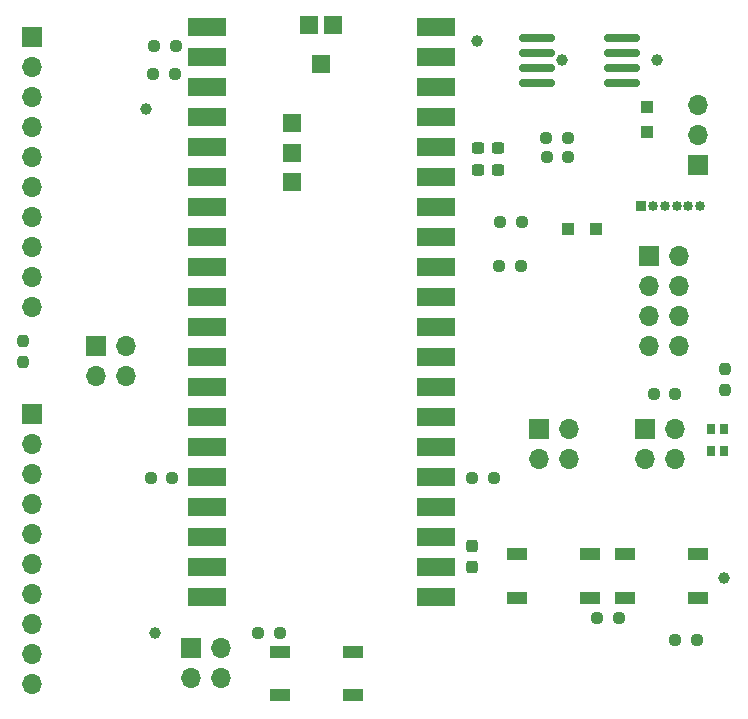
<source format=gbr>
%TF.GenerationSoftware,KiCad,Pcbnew,9.0.3*%
%TF.CreationDate,2025-08-19T17:20:28-04:00*%
%TF.ProjectId,PicoTag,5069636f-5461-4672-9e6b-696361645f70,rev?*%
%TF.SameCoordinates,Original*%
%TF.FileFunction,Soldermask,Top*%
%TF.FilePolarity,Negative*%
%FSLAX46Y46*%
G04 Gerber Fmt 4.6, Leading zero omitted, Abs format (unit mm)*
G04 Created by KiCad (PCBNEW 9.0.3) date 2025-08-19 17:20:28*
%MOMM*%
%LPD*%
G01*
G04 APERTURE LIST*
G04 Aperture macros list*
%AMRoundRect*
0 Rectangle with rounded corners*
0 $1 Rounding radius*
0 $2 $3 $4 $5 $6 $7 $8 $9 X,Y pos of 4 corners*
0 Add a 4 corners polygon primitive as box body*
4,1,4,$2,$3,$4,$5,$6,$7,$8,$9,$2,$3,0*
0 Add four circle primitives for the rounded corners*
1,1,$1+$1,$2,$3*
1,1,$1+$1,$4,$5*
1,1,$1+$1,$6,$7*
1,1,$1+$1,$8,$9*
0 Add four rect primitives between the rounded corners*
20,1,$1+$1,$2,$3,$4,$5,0*
20,1,$1+$1,$4,$5,$6,$7,0*
20,1,$1+$1,$6,$7,$8,$9,0*
20,1,$1+$1,$8,$9,$2,$3,0*%
G04 Aperture macros list end*
%ADD10C,1.000000*%
%ADD11R,1.700000X1.700000*%
%ADD12O,1.700000X1.700000*%
%ADD13R,0.850000X0.850000*%
%ADD14O,0.850000X0.850000*%
%ADD15R,1.000000X1.000000*%
%ADD16RoundRect,0.237500X0.250000X0.237500X-0.250000X0.237500X-0.250000X-0.237500X0.250000X-0.237500X0*%
%ADD17R,1.800000X1.100000*%
%ADD18RoundRect,0.237500X-0.250000X-0.237500X0.250000X-0.237500X0.250000X0.237500X-0.250000X0.237500X0*%
%ADD19RoundRect,0.237500X-0.237500X0.250000X-0.237500X-0.250000X0.237500X-0.250000X0.237500X0.250000X0*%
%ADD20R,0.700000X0.900000*%
%ADD21RoundRect,0.237500X0.300000X0.237500X-0.300000X0.237500X-0.300000X-0.237500X0.300000X-0.237500X0*%
%ADD22RoundRect,0.237500X0.237500X-0.250000X0.237500X0.250000X-0.237500X0.250000X-0.237500X-0.250000X0*%
%ADD23RoundRect,0.237500X-0.237500X0.300000X-0.237500X-0.300000X0.237500X-0.300000X0.237500X0.300000X0*%
%ADD24R,3.200000X1.600000*%
%ADD25R,1.500000X1.500000*%
%ADD26RoundRect,0.175000X-1.325000X-0.175000X1.325000X-0.175000X1.325000X0.175000X-1.325000X0.175000X0*%
G04 APERTURE END LIST*
D10*
%TO.C,Card1*%
X182400000Y-42760000D03*
X174400000Y-42750000D03*
%TD*%
D11*
%TO.C,J4*%
X185950000Y-51640000D03*
D12*
X185950000Y-49100000D03*
X185950000Y-46560000D03*
%TD*%
D13*
%TO.C,J11*%
X181100000Y-55100000D03*
D14*
X182100000Y-55100000D03*
X183100000Y-55100000D03*
X184100000Y-55100000D03*
X185100000Y-55100000D03*
X186100000Y-55100000D03*
%TD*%
D11*
%TO.C,J8*%
X134960000Y-66960000D03*
D12*
X137500000Y-66960000D03*
X134960000Y-69500000D03*
X137500000Y-69500000D03*
%TD*%
D15*
%TO.C,TP_FLASH_CS1*%
X174900000Y-57000000D03*
%TD*%
D11*
%TO.C,J7*%
X172460000Y-73960000D03*
D12*
X175000000Y-73960000D03*
X172460000Y-76500000D03*
X175000000Y-76500000D03*
%TD*%
D16*
%TO.C,R8*%
X141412500Y-78100000D03*
X139587500Y-78100000D03*
%TD*%
D17*
%TO.C,BTN1*%
X176784000Y-88282000D03*
X170584000Y-88282000D03*
X176784000Y-84582000D03*
X170584000Y-84582000D03*
%TD*%
D10*
%TO.C,FID1*%
X167200000Y-41100000D03*
%TD*%
D18*
%TO.C,R9*%
X139800000Y-43942000D03*
X141625000Y-43942000D03*
%TD*%
D11*
%TO.C,J2*%
X129500000Y-40760000D03*
D12*
X129500000Y-43300000D03*
X129500000Y-45840000D03*
X129500000Y-48380000D03*
X129500000Y-50920000D03*
X129500000Y-53460000D03*
X129500000Y-56000000D03*
X129500000Y-58540000D03*
X129500000Y-61080000D03*
X129500000Y-63620000D03*
%TD*%
D16*
%TO.C,R7*%
X170912500Y-60200000D03*
X169087500Y-60200000D03*
%TD*%
D19*
%TO.C,R2*%
X128800000Y-66487500D03*
X128800000Y-68312500D03*
%TD*%
D11*
%TO.C,J1*%
X129500000Y-72720000D03*
D12*
X129500000Y-75260000D03*
X129500000Y-77800000D03*
X129500000Y-80340000D03*
X129500000Y-82880000D03*
X129500000Y-85420000D03*
X129500000Y-87960000D03*
X129500000Y-90500000D03*
X129500000Y-93040000D03*
X129500000Y-95580000D03*
%TD*%
D18*
%TO.C,R1*%
X169175000Y-56400000D03*
X171000000Y-56400000D03*
%TD*%
D11*
%TO.C,J6*%
X181460000Y-73960000D03*
D12*
X184000000Y-73960000D03*
X181460000Y-76500000D03*
X184000000Y-76500000D03*
%TD*%
D18*
%TO.C,R13*%
X183975000Y-91800000D03*
X185800000Y-91800000D03*
%TD*%
D20*
%TO.C,LED1*%
X188100000Y-73960000D03*
X187000000Y-73960000D03*
X187000000Y-75800000D03*
X188100000Y-75800000D03*
%TD*%
D21*
%TO.C,C4*%
X169000000Y-52000000D03*
X167275000Y-52000000D03*
%TD*%
D16*
%TO.C,R3*%
X174912500Y-50900000D03*
X173087500Y-50900000D03*
%TD*%
D17*
%TO.C,BTN2*%
X185905000Y-88282000D03*
X179705000Y-88282000D03*
X185905000Y-84582000D03*
X179705000Y-84582000D03*
%TD*%
D15*
%TO.C,TP_CLK1*%
X177300000Y-57000000D03*
%TD*%
D11*
%TO.C,J3*%
X181760000Y-59320000D03*
D12*
X184300000Y-59320000D03*
X181760000Y-61860000D03*
X184300000Y-61860000D03*
X181760000Y-64400000D03*
X184300000Y-64400000D03*
X181760000Y-66940000D03*
X184300000Y-66940000D03*
%TD*%
D18*
%TO.C,R11*%
X148687500Y-91200000D03*
X150512500Y-91200000D03*
%TD*%
D21*
%TO.C,C2*%
X169000000Y-50200000D03*
X167275000Y-50200000D03*
%TD*%
D15*
%TO.C,TP_MISO1*%
X181600000Y-48800000D03*
%TD*%
D22*
%TO.C,R4*%
X188200000Y-70700000D03*
X188200000Y-68875000D03*
%TD*%
D11*
%TO.C,J9*%
X142960000Y-92500000D03*
D12*
X145500000Y-92500000D03*
X142960000Y-95040000D03*
X145500000Y-95040000D03*
%TD*%
D16*
%TO.C,R12*%
X179212500Y-90000000D03*
X177387500Y-90000000D03*
%TD*%
%TO.C,R12*%
X184000000Y-71000000D03*
X182175000Y-71000000D03*
%TD*%
D15*
%TO.C,TP_MOSI1*%
X181600000Y-46700000D03*
%TD*%
D18*
%TO.C,R5*%
X166775000Y-78100000D03*
X168600000Y-78100000D03*
%TD*%
%TO.C,R10*%
X139875000Y-41500000D03*
X141700000Y-41500000D03*
%TD*%
%TO.C,R6*%
X173077500Y-49300000D03*
X174902500Y-49300000D03*
%TD*%
D17*
%TO.C,RESET1*%
X150518000Y-92820000D03*
X156718000Y-92820000D03*
X150518000Y-96520000D03*
X156718000Y-96520000D03*
%TD*%
D23*
%TO.C,C3*%
X166750000Y-83887500D03*
X166750000Y-85612500D03*
%TD*%
D10*
%TO.C,FID4*%
X139900000Y-91200000D03*
%TD*%
%TO.C,FID3*%
X188100000Y-86600000D03*
%TD*%
%TO.C,FID2*%
X139200000Y-46900000D03*
%TD*%
D24*
%TO.C,U1*%
X144310000Y-39950000D03*
X144310000Y-42490000D03*
X144310000Y-45030000D03*
X144310000Y-47570000D03*
X144310000Y-50110000D03*
X144310000Y-52650000D03*
X144310000Y-55190000D03*
X144310000Y-57730000D03*
X144310000Y-60270000D03*
X144310000Y-62810000D03*
X144310000Y-65350000D03*
X144310000Y-67890000D03*
X144310000Y-70430000D03*
X144310000Y-72970000D03*
X144310000Y-75510000D03*
X144310000Y-78050000D03*
X144310000Y-80590000D03*
X144310000Y-83130000D03*
X144310000Y-85670000D03*
X144310000Y-88210000D03*
X163690000Y-88210000D03*
X163690000Y-85670000D03*
X163690000Y-83130000D03*
X163690000Y-80590000D03*
X163690000Y-78050000D03*
X163690000Y-75510000D03*
X163690000Y-72970000D03*
X163690000Y-70430000D03*
X163690000Y-67890000D03*
X163690000Y-65350000D03*
X163690000Y-62810000D03*
X163690000Y-60270000D03*
X163690000Y-57730000D03*
X163690000Y-55190000D03*
X163690000Y-52650000D03*
X163690000Y-50110000D03*
X163690000Y-47570000D03*
X163690000Y-45030000D03*
X163690000Y-42490000D03*
X163690000Y-39950000D03*
D25*
X154000000Y-43090000D03*
X155000000Y-39790000D03*
X153000000Y-39790000D03*
X151500000Y-48080000D03*
X151500000Y-50580000D03*
X151500000Y-53080000D03*
%TD*%
D26*
%TO.C,C1*%
X172312500Y-40845000D03*
X172312500Y-42115000D03*
X172312500Y-43385000D03*
X172312500Y-44655000D03*
X179487500Y-44655000D03*
X179487500Y-43385000D03*
X179487500Y-42115000D03*
X179487500Y-40845000D03*
%TD*%
M02*

</source>
